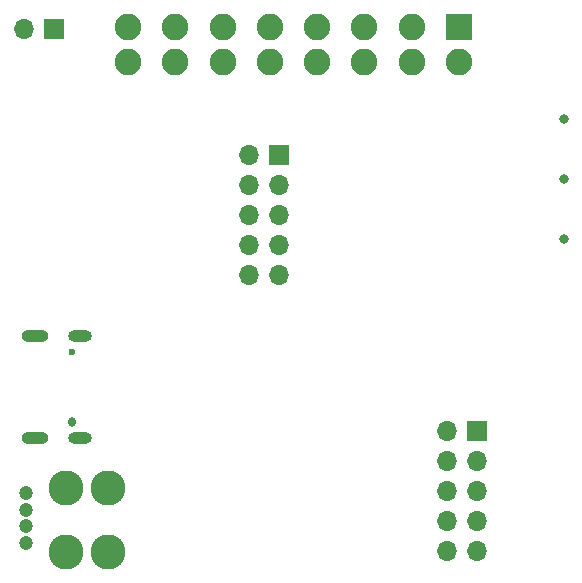
<source format=gbr>
%TF.GenerationSoftware,KiCad,Pcbnew,5.1.9*%
%TF.CreationDate,2021-03-07T20:19:58+01:00*%
%TF.ProjectId,obd32,6f626433-322e-46b6-9963-61645f706362,rev?*%
%TF.SameCoordinates,Original*%
%TF.FileFunction,Soldermask,Bot*%
%TF.FilePolarity,Negative*%
%FSLAX46Y46*%
G04 Gerber Fmt 4.6, Leading zero omitted, Abs format (unit mm)*
G04 Created by KiCad (PCBNEW 5.1.9) date 2021-03-07 20:19:58*
%MOMM*%
%LPD*%
G01*
G04 APERTURE LIST*
%ADD10O,2.300000X1.000000*%
%ADD11O,0.600000X0.850000*%
%ADD12C,0.600000*%
%ADD13O,2.000000X1.000000*%
%ADD14O,1.700000X1.700000*%
%ADD15R,1.700000X1.700000*%
%ADD16C,2.250000*%
%ADD17R,2.250000X2.250000*%
%ADD18C,0.800000*%
%ADD19C,2.970000*%
%ADD20C,1.200000*%
G04 APERTURE END LIST*
D10*
%TO.C,J2*%
X199838500Y-98935000D03*
D11*
X202938500Y-97615000D03*
D10*
X199838500Y-90295000D03*
D12*
X202938500Y-91615000D03*
D13*
X203663500Y-90295000D03*
X203663500Y-98935000D03*
%TD*%
D14*
%TO.C,JP4*%
X198882000Y-64262000D03*
D15*
X201422000Y-64262000D03*
%TD*%
D16*
%TO.C,J3*%
X207712000Y-67135000D03*
X211712000Y-67135000D03*
X215712000Y-67135000D03*
X219712000Y-67135000D03*
X223712000Y-67135000D03*
X227712000Y-67135000D03*
X231712000Y-67135000D03*
X235712000Y-67135000D03*
X207712000Y-64135000D03*
X211712000Y-64135000D03*
X215712000Y-64135000D03*
X219712000Y-64135000D03*
X223712000Y-64135000D03*
X227712000Y-64135000D03*
X231712000Y-64135000D03*
D17*
X235712000Y-64135000D03*
%TD*%
D14*
%TO.C,J5*%
X234696000Y-108458000D03*
X237236000Y-108458000D03*
X234696000Y-105918000D03*
X237236000Y-105918000D03*
X234696000Y-103378000D03*
X237236000Y-103378000D03*
X234696000Y-100838000D03*
X237236000Y-100838000D03*
X234696000Y-98298000D03*
D15*
X237236000Y-98298000D03*
%TD*%
D14*
%TO.C,J4*%
X217932000Y-85090000D03*
X220472000Y-85090000D03*
X217932000Y-82550000D03*
X220472000Y-82550000D03*
X217932000Y-80010000D03*
X220472000Y-80010000D03*
X217932000Y-77470000D03*
X220472000Y-77470000D03*
X217932000Y-74930000D03*
D15*
X220472000Y-74930000D03*
%TD*%
D18*
%TO.C,SW3*%
X244602000Y-82042000D03*
%TD*%
D19*
%TO.C,J1*%
X205978000Y-103124000D03*
X205978000Y-108544000D03*
X202438000Y-108544000D03*
X202438000Y-103124000D03*
D20*
X199018000Y-107784000D03*
X199018000Y-106384000D03*
X199018000Y-104984000D03*
X199018000Y-103584000D03*
%TD*%
D18*
%TO.C,SW1*%
X244602000Y-76962000D03*
%TD*%
%TO.C,SW2*%
X244602000Y-71882000D03*
%TD*%
M02*

</source>
